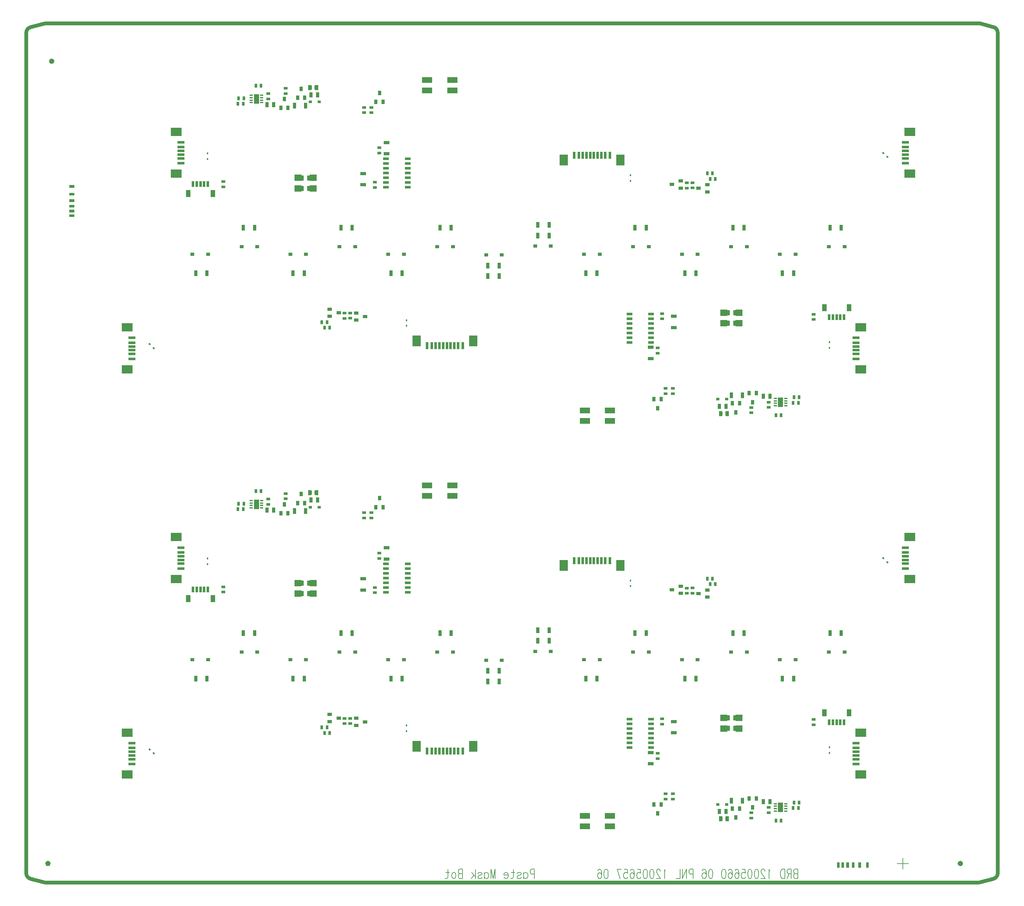
<source format=gbr>
*
G04 Job   : N:\Projects\COMUN\PSA\P07520_P2_Faceplate\C4_Capacitive_long\12005660-25\panel_12005657\12005657.pnl*
G04 User  : ESSECAE006:tortos01*
G04 Layer : 12005657-06-g12.gbr*
G04 Date  : Thu Nov 28 12:20:51 2019*
G04 equiv. Boardstation g12*
G04 Expedition Layer: Solder Paste - Bottom*
%ICAS*%
%MOIN*%
%FSDAX24Y24*%
%OFA0.0000B0.0000*%
G90*
G74*
%AMVB_RECTANGLE*
21,1,$1,$2,0,0,$3*
%
%ADD12C,0.00591*%
%ADD11C,0.00787*%
%ADD10C,0.03937*%
%ADD27VB_RECTANGLE,0.01969X0.01575X90.00000*%
%ADD28VB_RECTANGLE,0.01969X0.01575X315.00000*%
%ADD21VB_RECTANGLE,0.02362X0.03150X90.00000*%
%ADD16VB_RECTANGLE,0.02362X0.06102X180.00000*%
%ADD24VB_RECTANGLE,0.03150X0.01575X0.00000*%
%ADD13VB_RECTANGLE,0.03150X0.03937X90.00000*%
%ADD15VB_RECTANGLE,0.03937X0.02756X180.00000*%
%ADD70VB_RECTANGLE,0.03937X0.02756X90.00000*%
%ADD18VB_RECTANGLE,0.04724X0.03150X0.00000*%
%ADD20VB_RECTANGLE,0.04724X0.03150X270.00000*%
%ADD71VB_RECTANGLE,0.05118X0.03150X270.00000*%
%ADD26VB_RECTANGLE,0.05906X0.03150X0.00000*%
%ADD14VB_RECTANGLE,0.05906X0.03150X90.00000*%
%ADD22VB_RECTANGLE,0.06299X0.02362X0.00000*%
%ADD17VB_RECTANGLE,0.07087X0.04724X90.00000*%
%ADD23VB_RECTANGLE,0.07087X0.06693X180.00000*%
%ADD73VB_RECTANGLE,0.07480X0.02362X180.00000*%
%ADD29VB_RECTANGLE,0.07480X0.02362X270.00000*%
%ADD25VB_RECTANGLE,0.09843X0.05118X270.00000*%
%ADD19VB_RECTANGLE,0.10630X0.06299X0.00000*%
%ADD30VB_RECTANGLE,0.11024X0.08661X180.00000*%
%ADD72VB_RECTANGLE,0.11024X0.08661X270.00000*%
G01*
G36*
X-090118Y-000283D02*
G03X-090079Y-000285I000039J000283D01*
X-089793Y000000J000285*
X-089796Y000039I000286*
G01X-090039*
Y000283*
G03X-090079Y000285I000040J000283*
X-090364Y000000J000285*
X-090361Y-000039I000285*
G01X-090118*
Y-000283*
Y000283D02*
Y000039D01*
X-090361*
G03X-090364Y000000I000282J000039*
X-090079Y-000285I000285*
X-090039Y-000283J000285*
G01Y-000039*
X-089796*
G03X-089793Y000000I000283J000039*
X-090079Y000285I000286*
X-090118Y000283J000285*
G01X-089724Y084284D02*
G03X-089685Y084281I000039J000283D01*
X-089400Y084567J000286*
X-089402Y084606I000285*
G01X-089646*
Y084850*
G03X-089685Y084852I000039J000283*
X-089970Y084567J000285*
X-089968Y084528I000285*
G01X-089724*
Y084284*
Y084850D02*
Y084606D01*
X-089968*
G03X-089970Y084567I000283J000039*
X-089685Y084281I000285*
X-089646Y084284J000286*
G01Y084528*
X-089402*
G03X-089400Y084567I000283J000039*
X-089685Y084852I000285*
X-089724Y084850J000285*
G01X-087832Y068162D02*
X-087281D01*
Y068437*
X-087832*
Y068162*
Y068634D02*
X-087281D01*
Y068910*
X-087832*
Y068634*
Y069146D02*
X-087281D01*
Y069422*
X-087832*
Y069146*
Y069737D02*
X-087281D01*
Y070012*
X-087832*
Y069737*
Y070406D02*
X-087281D01*
Y070681*
X-087832*
Y070406*
Y071233D02*
X-087281D01*
Y071508*
X-087832*
Y071233*
X-006929Y-000433D02*
X-006654D01*
Y000118*
X-006929*
Y-000433*
X-006457D02*
X-006181D01*
Y000118*
X-006457*
Y-000433*
X-005945D02*
X-005669D01*
Y000118*
X-005945*
Y-000433*
X-005354D02*
X-005079D01*
Y000118*
X-005354*
Y-000433*
X-004685D02*
X-004409D01*
Y000118*
X-004685*
Y-000433*
X-003858D02*
X-003583D01*
Y000118*
X-003858*
Y-000433*
X006024Y-000283D02*
G03X006063Y-000285I000039J000283D01*
X006348Y000000J000285*
X006346Y000039I000285*
G01X006102*
Y000283*
G03X006063Y000285I000039J000283*
X005778Y000000J000285*
X005780Y-000039I000285*
G01X006024*
Y-000283*
Y000283D02*
Y000039D01*
X005780*
G03X005778Y000000I000283J000039*
X006063Y-000285I000285*
X006102Y-000283J000285*
G01Y-000039*
X006346*
G03X006348Y000000I000283J000039*
X006063Y000285I000285*
X006024Y000283J000285*
G37*
G54D10*
G01X-038819Y-002008D02*
X-090346D01*
G02X-090500Y-001987J000591*
G01X-091925Y-001602*
G02X-092362Y-001032I000154J000570*
G01Y-001031*
Y087575*
G02X-091921Y088146I000590*
G01X-090500Y088524*
G02X-090349Y088543I000151J000571*
X-090346J000590*
G01X007992Y088563*
G02X008142Y088543I000001J000590*
G01X009563Y088169*
G02X010000Y087599I000154J000570*
G01Y087598*
Y-001031*
Y-001032*
G02X009563Y-001602I000591*
G01X008151Y-001987*
G02X007995Y-002008I000156J000570*
G01X-038819*
G54D11*
X-000591Y000000D02*
X000591D01*
X000000Y000591D02*
Y-000591D01*
G54D12*
X-047932Y-000605D02*
Y-001396D01*
X-047994Y-001530*
X-048109Y-001575*
X-048214*
X-047775Y-000934D02*
X-048161D01*
X-047253D02*
X-047180Y-000978D01*
X-047117Y-001068*
X-047086Y-001202*
Y-001306*
X-047117Y-001441*
X-047180Y-001530*
X-047253Y-001575*
X-047358*
X-047420Y-001530*
X-047493Y-001441*
X-047525Y-001306*
Y-001202*
X-047493Y-001068*
X-047420Y-000978*
X-047358Y-000934*
X-047253*
X-046397Y-001068D02*
X-046679D01*
X-046773Y-001113*
X-046804Y-001157*
X-046836Y-001247*
Y-001396*
X-046804Y-001485*
X-046773Y-001530*
X-046679Y-001575*
X-046397*
Y-000591*
X-046679*
X-046773Y-000650*
X-046804Y-000695*
X-046836Y-000784*
Y-000874*
X-046804Y-000963*
X-046773Y-001023*
X-046679Y-001068*
X-045416Y-000934D02*
X-045019Y-001396D01*
X-045176Y-001202D02*
X-045458Y-001575D01*
X-045019Y-000605D02*
Y-001575D01*
X-044769Y-001068D02*
X-044727Y-000978D01*
X-044612Y-000934*
X-044487*
X-044362Y-000978*
X-044330Y-001068*
X-044362Y-001157*
X-044445Y-001202*
X-044643Y-001247*
X-044727Y-001306*
X-044769Y-001396*
Y-001441*
X-044727Y-001530*
X-044612Y-001575*
X-044487*
X-044362Y-001530*
X-044330Y-001441*
X-044080Y-001068D02*
X-044007Y-000978D01*
X-043934Y-000934*
X-043819*
X-043746Y-000978*
X-043673Y-001068*
X-043641Y-001202*
Y-001306*
X-043673Y-001441*
X-043746Y-001530*
X-043819Y-001575*
X-043934*
X-044007Y-001530*
X-044080Y-001441*
Y-000934D02*
Y-001575D01*
X-042952D02*
Y-000591D01*
X-043172Y-001575*
X-043391Y-000591*
Y-001575*
X-041574Y-001202D02*
X-042013D01*
Y-001113*
X-041982Y-001023*
X-041940Y-000978*
X-041867Y-000934*
X-041752*
X-041679Y-000978*
X-041606Y-001068*
X-041574Y-001202*
Y-001306*
X-041606Y-001441*
X-041679Y-001530*
X-041752Y-001575*
X-041867*
X-041940Y-001530*
X-042013Y-001441*
X-041042Y-000605D02*
Y-001396D01*
X-041105Y-001530*
X-041220Y-001575*
X-041324*
X-040885Y-000934D02*
X-041272D01*
X-040635Y-001068D02*
X-040593Y-000978D01*
X-040478Y-000934*
X-040353*
X-040228Y-000978*
X-040196Y-001068*
X-040228Y-001157*
X-040311Y-001202*
X-040510Y-001247*
X-040593Y-001306*
X-040635Y-001396*
Y-001441*
X-040593Y-001530*
X-040478Y-001575*
X-040353*
X-040228Y-001530*
X-040196Y-001441*
X-039946Y-001068D02*
X-039873Y-000978D01*
X-039800Y-000934*
X-039685*
X-039612Y-000978*
X-039539Y-001068*
X-039508Y-001202*
Y-001306*
X-039539Y-001441*
X-039612Y-001530*
X-039685Y-001575*
X-039800*
X-039873Y-001530*
X-039946Y-001441*
Y-000934D02*
Y-001575D01*
X-038819D02*
Y-000591D01*
X-039100*
X-039194Y-000650*
X-039226Y-000695*
X-039257Y-000784*
Y-000919*
X-039226Y-001023*
X-039194Y-001068*
X-039100Y-001113*
X-038819*
X-032141Y-000740D02*
X-032110Y-000650D01*
X-032006Y-000605*
X-031933*
X-031828Y-000650*
X-031766Y-000784*
X-031734Y-001023*
Y-001247*
X-031766Y-001441*
X-031828Y-001530*
X-031933Y-001575*
X-031964*
X-032068Y-001530*
X-032141Y-001441*
X-032173Y-001306*
Y-001247*
X-032141Y-001113*
X-032068Y-001023*
X-031964Y-000978*
X-031933*
X-031828Y-001023*
X-031766Y-001113*
X-031734Y-001247*
X-031233Y-000605D02*
X-031139Y-000650D01*
X-031077Y-000784*
X-031045Y-001023*
Y-001157*
X-031077Y-001396*
X-031139Y-001530*
X-031233Y-001575*
X-031296*
X-031390Y-001530*
X-031452Y-001396*
X-031484Y-001157*
Y-001023*
X-031452Y-000784*
X-031390Y-000650*
X-031296Y-000605*
X-031233*
X-029667D02*
X-030106D01*
X-029793Y-001575*
X-029354Y-000605D02*
X-029041D01*
X-029010Y-001023*
X-029041Y-000978*
X-029135Y-000934*
X-029229*
X-029323Y-000978*
X-029386Y-001068*
X-029417Y-001202*
Y-001306*
X-029386Y-001441*
X-029323Y-001530*
X-029229Y-001575*
X-029135*
X-029041Y-001530*
X-029010Y-001485*
X-028978Y-001396*
X-028697Y-000740D02*
X-028665Y-000650D01*
X-028561Y-000605*
X-028488*
X-028383Y-000650*
X-028321Y-000784*
X-028289Y-001023*
Y-001247*
X-028321Y-001441*
X-028383Y-001530*
X-028488Y-001575*
X-028519*
X-028624Y-001530*
X-028697Y-001441*
X-028728Y-001306*
Y-001247*
X-028697Y-001113*
X-028624Y-001023*
X-028519Y-000978*
X-028488*
X-028383Y-001023*
X-028321Y-001113*
X-028289Y-001247*
X-027976Y-000605D02*
X-027663D01*
X-027632Y-001023*
X-027663Y-000978*
X-027757Y-000934*
X-027851*
X-027945Y-000978*
X-028008Y-001068*
X-028039Y-001202*
Y-001306*
X-028008Y-001441*
X-027945Y-001530*
X-027851Y-001575*
X-027757*
X-027663Y-001530*
X-027632Y-001485*
X-027601Y-001396*
X-027099Y-000605D02*
X-027006Y-000650D01*
X-026943Y-000784*
X-026912Y-001023*
Y-001157*
X-026943Y-001396*
X-027006Y-001530*
X-027099Y-001575*
X-027162*
X-027256Y-001530*
X-027319Y-001396*
X-027350Y-001157*
Y-001023*
X-027319Y-000784*
X-027256Y-000650*
X-027162Y-000605*
X-027099*
X-026411D02*
X-026317Y-000650D01*
X-026254Y-000784*
X-026223Y-001023*
Y-001157*
X-026254Y-001396*
X-026317Y-001530*
X-026411Y-001575*
X-026473*
X-026567Y-001530*
X-026630Y-001396*
X-026661Y-001157*
Y-001023*
X-026630Y-000784*
X-026567Y-000650*
X-026473Y-000605*
X-026411*
X-025565Y-000829D02*
Y-000784D01*
X-025596Y-000695*
X-025628Y-000650*
X-025690Y-000591*
X-025816*
X-025878Y-000650*
X-025909Y-000695*
X-025941Y-000784*
Y-000874*
X-025909Y-000963*
X-025847Y-001113*
X-025534Y-001575*
X-025972*
X-025012Y-000784D02*
X-025053Y-000740D01*
X-025106Y-000605*
Y-001575*
X-023467Y-000591D02*
Y-001575D01*
X-023905*
X-022778D02*
Y-000591D01*
X-023216Y-001575*
Y-000591*
X-022089Y-001575D02*
Y-000591D01*
X-022371*
X-022465Y-000650*
X-022496Y-000695*
X-022527Y-000784*
Y-000919*
X-022496Y-001023*
X-022465Y-001068*
X-022371Y-001113*
X-022089*
X-021118Y-000740D02*
X-021087Y-000650D01*
X-020982Y-000605*
X-020909*
X-020805Y-000650*
X-020742Y-000784*
X-020711Y-001023*
Y-001247*
X-020742Y-001441*
X-020805Y-001530*
X-020909Y-001575*
X-020941*
X-021045Y-001530*
X-021118Y-001441*
X-021149Y-001306*
Y-001247*
X-021118Y-001113*
X-021045Y-001023*
X-020941Y-000978*
X-020909*
X-020805Y-001023*
X-020742Y-001113*
X-020711Y-001247*
X-020210Y-000605D02*
X-020116Y-000650D01*
X-020053Y-000784*
X-020022Y-001023*
Y-001157*
X-020053Y-001396*
X-020116Y-001530*
X-020210Y-001575*
X-020272*
X-020366Y-001530*
X-020429Y-001396*
X-020460Y-001157*
Y-001023*
X-020429Y-000784*
X-020366Y-000650*
X-020272Y-000605*
X-020210*
X-018832D02*
X-018738Y-000650D01*
X-018675Y-000784*
X-018644Y-001023*
Y-001157*
X-018675Y-001396*
X-018738Y-001530*
X-018832Y-001575*
X-018895*
X-018989Y-001530*
X-019051Y-001396*
X-019082Y-001157*
Y-001023*
X-019051Y-000784*
X-018989Y-000650*
X-018895Y-000605*
X-018832*
X-018362Y-000740D02*
X-018331Y-000650D01*
X-018226Y-000605*
X-018153*
X-018049Y-000650*
X-017986Y-000784*
X-017955Y-001023*
Y-001247*
X-017986Y-001441*
X-018049Y-001530*
X-018153Y-001575*
X-018185*
X-018289Y-001530*
X-018362Y-001441*
X-018394Y-001306*
Y-001247*
X-018362Y-001113*
X-018289Y-001023*
X-018185Y-000978*
X-018153*
X-018049Y-001023*
X-017986Y-001113*
X-017955Y-001247*
X-017673Y-000740D02*
X-017642Y-000650D01*
X-017538Y-000605*
X-017464*
X-017360Y-000650*
X-017297Y-000784*
X-017266Y-001023*
Y-001247*
X-017297Y-001441*
X-017360Y-001530*
X-017464Y-001575*
X-017496*
X-017600Y-001530*
X-017673Y-001441*
X-017705Y-001306*
Y-001247*
X-017673Y-001113*
X-017600Y-001023*
X-017496Y-000978*
X-017464*
X-017360Y-001023*
X-017297Y-001113*
X-017266Y-001247*
X-016953Y-000605D02*
X-016640D01*
X-016608Y-001023*
X-016640Y-000978*
X-016734Y-000934*
X-016828*
X-016922Y-000978*
X-016984Y-001068*
X-017016Y-001202*
Y-001306*
X-016984Y-001441*
X-016922Y-001530*
X-016828Y-001575*
X-016734*
X-016640Y-001530*
X-016608Y-001485*
X-016577Y-001396*
X-016076Y-000605D02*
X-015982Y-000650D01*
X-015920Y-000784*
X-015888Y-001023*
Y-001157*
X-015920Y-001396*
X-015982Y-001530*
X-016076Y-001575*
X-016139*
X-016233Y-001530*
X-016295Y-001396*
X-016327Y-001157*
Y-001023*
X-016295Y-000784*
X-016233Y-000650*
X-016139Y-000605*
X-016076*
X-015387D02*
X-015293Y-000650D01*
X-015231Y-000784*
X-015199Y-001023*
Y-001157*
X-015231Y-001396*
X-015293Y-001530*
X-015387Y-001575*
X-015450*
X-015544Y-001530*
X-015606Y-001396*
X-015638Y-001157*
Y-001023*
X-015606Y-000784*
X-015544Y-000650*
X-015450Y-000605*
X-015387*
X-014542Y-000829D02*
Y-000784D01*
X-014573Y-000695*
X-014604Y-000650*
X-014667Y-000591*
X-014792*
X-014855Y-000650*
X-014886Y-000695*
X-014917Y-000784*
Y-000874*
X-014886Y-000963*
X-014823Y-001113*
X-014510Y-001575*
X-014949*
X-013988Y-000784D02*
X-014030Y-000740D01*
X-014082Y-000605*
Y-001575*
X-012443Y-000591D02*
X-012663D01*
X-012757Y-000650*
X-012819Y-000740*
X-012850Y-000829*
X-012882Y-000963*
Y-001202*
X-012850Y-001336*
X-012819Y-001441*
X-012757Y-001530*
X-012663Y-001575*
X-012443*
Y-000591*
X-011974Y-001068D02*
X-012193Y-001575D01*
X-011754D02*
Y-000591D01*
X-012036*
X-012130Y-000650*
X-012162Y-000695*
X-012193Y-000784*
Y-000874*
X-012162Y-000963*
X-012130Y-001023*
X-012036Y-001068*
X-011754*
X-011065D02*
X-011347D01*
X-011441Y-001113*
X-011473Y-001157*
X-011504Y-001247*
Y-001396*
X-011473Y-001485*
X-011441Y-001530*
X-011347Y-001575*
X-011065*
Y-000591*
X-011347*
X-011441Y-000650*
X-011473Y-000695*
X-011504Y-000784*
Y-000874*
X-011473Y-000963*
X-011441Y-001023*
X-011347Y-001068*
G54D13*
X-074849Y021490D03*
Y064208D03*
X-073195Y021489D03*
Y064208D03*
X-069676Y022298D03*
Y065019D03*
X-068023Y022298D03*
Y065019D03*
X-064542Y021490D03*
Y064208D03*
X-062888Y021489D03*
Y064208D03*
X-059361Y022298D03*
Y065019D03*
X-057708Y022298D03*
Y065019D03*
X-054219Y021490D03*
Y064208D03*
X-052565Y021489D03*
Y064208D03*
X-049046Y022298D03*
Y065019D03*
X-047393Y022298D03*
Y065019D03*
X-043904Y021430D03*
Y064149D03*
X-042250Y021430D03*
Y064149D03*
X-038731Y022357D03*
Y065078D03*
X-037078Y022357D03*
Y065078D03*
X-033589Y021490D03*
Y064208D03*
X-031935Y021489D03*
Y064208D03*
X-028416Y022298D03*
Y065019D03*
X-026763Y022298D03*
Y065019D03*
X-023274Y021490D03*
Y064208D03*
X-021621Y021489D03*
Y064208D03*
X-018094Y022298D03*
Y065019D03*
X-016440Y022298D03*
Y065019D03*
X-012959Y021490D03*
Y064208D03*
X-011306Y021489D03*
Y064208D03*
X-007787Y022298D03*
Y065019D03*
X-006133Y022298D03*
Y065019D03*
G54D14*
X-074502Y019489D03*
Y062208D03*
X-073321Y019489D03*
Y062208D03*
X-069480Y024298D03*
Y067019D03*
X-068298Y024298D03*
Y067019D03*
X-064254Y019489D03*
Y062208D03*
X-064102Y037161D03*
Y079881D03*
X-063073Y019489D03*
Y062208D03*
X-062920Y037161D03*
Y079881D03*
X-059204Y024298D03*
Y067019D03*
X-058023Y024298D03*
Y067019D03*
X-053943Y019489D03*
Y062208D03*
X-052762Y019489D03*
Y062208D03*
X-048763Y024298D03*
Y067019D03*
X-047582Y024298D03*
Y067019D03*
X-043715Y019198D03*
Y020316D03*
Y061917D03*
Y063035D03*
X-042534Y019198D03*
Y020316D03*
Y061917D03*
Y063035D03*
X-038448Y023472D03*
Y024590D03*
Y066193D03*
Y067311D03*
X-037267Y023472D03*
Y024590D03*
Y066193D03*
Y067311D03*
X-033400Y019489D03*
Y062208D03*
X-032219Y019489D03*
Y062208D03*
X-028220Y024298D03*
Y067019D03*
X-027039Y024298D03*
Y067019D03*
X-022959Y019489D03*
Y062208D03*
X-021778Y019489D03*
Y062208D03*
X-018061Y006627D03*
Y049346D03*
X-017909Y024298D03*
Y067019D03*
X-016880Y006627D03*
Y049346D03*
X-016728Y024298D03*
Y067019D03*
X-012683Y019489D03*
Y062208D03*
X-011502Y019489D03*
Y062208D03*
X-007661Y024298D03*
Y067019D03*
X-006480Y024298D03*
Y067019D03*
G54D15*
X-071594Y028606D03*
Y029157D03*
Y071326D03*
Y071878D03*
X-066861Y037869D03*
Y038420D03*
Y080590D03*
Y081141D03*
X-065031Y038440D03*
Y038991D03*
Y081161D03*
Y081712D03*
X-058829Y014745D03*
Y015296D03*
Y057464D03*
Y058015D03*
X-058223Y014753D03*
Y015304D03*
Y057472D03*
Y058023D03*
X-056751Y036432D03*
Y036983D03*
Y079153D03*
Y079704D03*
X-055980Y036432D03*
Y036983D03*
Y079153D03*
Y079704D03*
X-055612Y028539D03*
Y029090D03*
Y071259D03*
Y071811D03*
X-055149Y032169D03*
Y032720D03*
Y074889D03*
Y075441D03*
X-025833Y011068D03*
Y011619D03*
Y053787D03*
Y054338D03*
X-025370Y014698D03*
Y015249D03*
Y057417D03*
Y057968D03*
X-025002Y006804D03*
Y007356D03*
Y049523D03*
Y050074D03*
X-024231Y006804D03*
Y007356D03*
Y049523D03*
Y050074D03*
X-022759Y028483D03*
Y029035D03*
Y071204D03*
Y071756D03*
X-022153Y028491D03*
Y029043D03*
Y071212D03*
Y071763D03*
X-015951Y004796D03*
Y005348D03*
Y047515D03*
Y048066D03*
X-014120Y005367D03*
Y005919D03*
Y048086D03*
Y048637D03*
X-009388Y014631D03*
Y015182D03*
Y057350D03*
Y057901D03*
G54D16*
X-074794Y028903D03*
Y071624D03*
X-074401Y028903D03*
Y071624D03*
X-074007Y028903D03*
Y071624D03*
X-073613Y028903D03*
Y071624D03*
X-073220Y028903D03*
Y071624D03*
X-007762Y014885D03*
Y057604D03*
X-007369Y014885D03*
Y057604D03*
X-006975Y014885D03*
Y057604D03*
X-006581Y014885D03*
Y057604D03*
X-006187Y014885D03*
Y057604D03*
G54D17*
X-075306Y027909D03*
Y070630D03*
X-072708Y027909D03*
Y070630D03*
X-008274Y015879D03*
Y058598D03*
X-005676Y015879D03*
Y058598D03*
G54D18*
X-060388Y014958D03*
Y015706D03*
Y057676D03*
Y058424D03*
X-059443Y015332D03*
Y058050D03*
X-057593Y014560D03*
Y015308D03*
Y057279D03*
Y058027D03*
X-056648Y014934D03*
Y057653D03*
X-024334Y028854D03*
Y071574D03*
X-023389Y028480D03*
Y029228D03*
Y071200D03*
Y071948D03*
X-021539Y028456D03*
Y071177D03*
X-020594Y028082D03*
Y028830D03*
Y070803D03*
Y071551D03*
G54D19*
X-050137Y038759D03*
Y039861D03*
Y081480D03*
Y082582D03*
X-047476Y038759D03*
Y039861D03*
Y081480D03*
Y082582D03*
X-033506Y003926D03*
Y005029D03*
Y046645D03*
Y047747D03*
X-030845Y003926D03*
Y005029D03*
Y046645D03*
Y047747D03*
G54D20*
X-065543Y036924D03*
Y079645D03*
X-065169Y037869D03*
Y080590D03*
X-064794Y036924D03*
Y079645D03*
X-063771Y037999D03*
Y080720D03*
X-063397Y038944D03*
Y081665D03*
X-063023Y037999D03*
Y080720D03*
X-055515Y037562D03*
Y080283D03*
X-055141Y038507D03*
Y081228D03*
X-054767Y037562D03*
Y080283D03*
X-026215Y006226D03*
Y048944D03*
X-025841Y005281D03*
Y047999D03*
X-025467Y006226D03*
Y048944D03*
X-017959Y005789D03*
Y048507D03*
X-017585Y004844D03*
Y047562D03*
X-017211Y005789D03*
Y048507D03*
X-016187Y006863D03*
Y049582D03*
X-015813Y005919D03*
Y048637D03*
X-015439Y006863D03*
Y049582D03*
G54D21*
X-062419Y037550D03*
Y080271D03*
X-061485Y037550D03*
Y080271D03*
X-019497Y006237D03*
Y048956D03*
X-018563Y006237D03*
Y048956D03*
G54D22*
X-054460Y028574D03*
Y029074D03*
Y029574D03*
Y030074D03*
Y030574D03*
Y031074D03*
Y031574D03*
Y071295D03*
Y071795D03*
Y072295D03*
Y072795D03*
Y073295D03*
Y073795D03*
Y074295D03*
X-052176Y028574D03*
Y029074D03*
Y029574D03*
Y030074D03*
Y030574D03*
Y031074D03*
Y031574D03*
Y071295D03*
Y071795D03*
Y072295D03*
Y072795D03*
Y073295D03*
Y073795D03*
Y074295D03*
X-028806Y012214D03*
Y012714D03*
Y013214D03*
Y013714D03*
Y014214D03*
Y014714D03*
Y015214D03*
Y054932D03*
Y055432D03*
Y055932D03*
Y056432D03*
Y056932D03*
Y057432D03*
Y057932D03*
X-026522Y012214D03*
Y012714D03*
Y013214D03*
Y013714D03*
Y014214D03*
Y014714D03*
Y015214D03*
Y054932D03*
Y055432D03*
Y055932D03*
Y056432D03*
Y056932D03*
Y057432D03*
Y057932D03*
G54D23*
X-063731Y028448D03*
Y029550D03*
Y071169D03*
Y072271D03*
X-062117Y028448D03*
Y029550D03*
Y071169D03*
Y072271D03*
X-018865Y014237D03*
Y015340D03*
Y056956D03*
Y058058D03*
X-017250Y014237D03*
Y015340D03*
Y056956D03*
Y058058D03*
G54D24*
X-068653Y037485D03*
Y037741D03*
Y037997D03*
Y038253D03*
Y080206D03*
Y080462D03*
Y080718D03*
Y080974D03*
X-067550Y037485D03*
Y037741D03*
Y037997D03*
Y038253D03*
Y080206D03*
Y080462D03*
Y080718D03*
Y080974D03*
X-013431Y005535D03*
Y005791D03*
Y006046D03*
Y006302D03*
Y048253D03*
Y048509D03*
Y048765D03*
Y049021D03*
X-012329Y005535D03*
Y005791D03*
Y006046D03*
Y006302D03*
Y048253D03*
Y048509D03*
Y048765D03*
Y049021D03*
G54D25*
X-068102Y037869D03*
Y080590D03*
X-012880Y005919D03*
Y048637D03*
G54D26*
X-056857Y028834D03*
Y030015D03*
Y071555D03*
Y072736D03*
X-054409Y032094D03*
Y033275D03*
Y074815D03*
Y075996D03*
X-026573Y010513D03*
Y011694D03*
Y053231D03*
Y054413D03*
X-024124Y013773D03*
Y014954D03*
Y056491D03*
Y057672D03*
G54D27*
X-073245Y031548D03*
Y032139D03*
Y074269D03*
Y074860D03*
X-052290Y013954D03*
Y014544D03*
Y056672D03*
Y057263D03*
X-028692Y029243D03*
Y029834D03*
Y071964D03*
Y072555D03*
X-007737Y011649D03*
Y012240D03*
Y054367D03*
Y054958D03*
G54D28*
X-079349Y012033D03*
Y054751D03*
X-078931Y011615D03*
Y054334D03*
X-002051Y032173D03*
Y074893D03*
X-001633Y031755D03*
Y074476D03*
G54D29*
X-050128Y011860D03*
Y054579D03*
X-049617Y011860D03*
Y054579D03*
X-049223Y011860D03*
Y054579D03*
X-048829Y011860D03*
Y054579D03*
X-048435Y011860D03*
Y054579D03*
X-048042Y011860D03*
Y054579D03*
X-047648Y011860D03*
Y054579D03*
X-047254Y011860D03*
Y054579D03*
X-046861Y011860D03*
Y054579D03*
X-046349Y011860D03*
Y054579D03*
X-034633Y031928D03*
Y074648D03*
X-034121Y031928D03*
Y074648D03*
X-033728Y031928D03*
Y074648D03*
X-033334Y031928D03*
Y074648D03*
X-032940Y031928D03*
Y074648D03*
X-032546Y031928D03*
Y074648D03*
X-032153Y031928D03*
Y074648D03*
X-031759Y031928D03*
Y074648D03*
X-031365Y031928D03*
Y074648D03*
X-030854Y031928D03*
Y074648D03*
G54D30*
X-081732Y009382D03*
Y013792D03*
Y052101D03*
Y056510D03*
X-076560Y029996D03*
Y034406D03*
Y072717D03*
Y077126D03*
X-004422Y009382D03*
Y013792D03*
Y052101D03*
Y056510D03*
X000751Y029996D03*
Y034406D03*
Y072717D03*
Y077127D03*
G54D70*
X-070058Y037357D03*
Y080078D03*
X-069980Y037936D03*
Y080657D03*
X-069507Y037357D03*
Y080078D03*
X-069428Y037936D03*
Y080657D03*
X-068169Y039255D03*
Y081976D03*
X-067617Y039255D03*
Y081976D03*
X-062407Y039078D03*
Y081799D03*
X-061856Y039078D03*
Y081799D03*
X-061227Y014344D03*
Y057062D03*
X-060931Y013753D03*
Y056472D03*
X-060676Y014344D03*
Y057062D03*
X-060380Y013753D03*
Y056472D03*
X-020602Y030035D03*
Y072756D03*
X-020306Y029444D03*
Y072165D03*
X-020050Y030035D03*
Y072756D03*
X-019755Y029444D03*
Y072165D03*
X-019126Y004710D03*
Y047428D03*
X-018575Y004710D03*
Y047428D03*
X-013365Y004533D03*
Y047251D03*
X-012813Y004533D03*
Y047251D03*
X-011554Y005852D03*
Y048570D03*
X-011475Y006430D03*
Y049149D03*
X-011002Y005852D03*
Y048570D03*
X-010924Y006430D03*
Y049149D03*
G54D71*
X-066987Y037267D03*
Y079988D03*
X-066279Y037267D03*
Y079988D03*
X-063291Y028448D03*
Y029539D03*
Y071169D03*
Y072259D03*
X-062582Y028448D03*
Y029539D03*
Y071169D03*
Y072259D03*
X-062485Y039078D03*
Y081799D03*
X-062365Y038314D03*
Y081035D03*
X-061777Y039078D03*
Y081799D03*
X-061657Y038314D03*
Y081035D03*
X-019325Y005474D03*
Y048192D03*
X-019205Y004710D03*
Y047428D03*
X-018617Y005474D03*
Y048192D03*
X-018496Y004710D03*
Y047428D03*
X-018400Y014249D03*
Y015340D03*
Y056968D03*
Y058058D03*
X-017691Y014249D03*
Y015340D03*
Y056968D03*
Y058058D03*
X-014703Y006521D03*
Y049239D03*
X-013994Y006521D03*
Y049239D03*
G54D72*
X-051231Y012352D03*
Y055071D03*
X-045246Y012352D03*
Y055071D03*
X-035735Y031435D03*
Y074156D03*
X-029751Y031435D03*
Y074156D03*
G54D73*
X-081240Y010484D03*
Y010996D03*
Y011390D03*
Y011784D03*
Y012177D03*
Y012689D03*
Y053203D03*
Y053715D03*
Y054108D03*
Y054502D03*
Y054896D03*
Y055408D03*
X-076068Y031098D03*
Y031610D03*
Y032004D03*
Y032398D03*
Y032791D03*
Y033303D03*
Y073819D03*
Y074331D03*
Y074725D03*
Y075119D03*
Y075512D03*
Y076024D03*
X-004914Y010485D03*
Y010996D03*
Y011390D03*
Y011784D03*
Y012178D03*
Y012689D03*
Y053203D03*
Y053715D03*
Y054109D03*
Y054502D03*
Y054896D03*
Y055408D03*
X000258Y031099D03*
Y031610D03*
Y032004D03*
Y032398D03*
Y032792D03*
Y033303D03*
Y073819D03*
Y074331D03*
Y074725D03*
Y075119D03*
Y075512D03*
Y076024D03*
M02*

</source>
